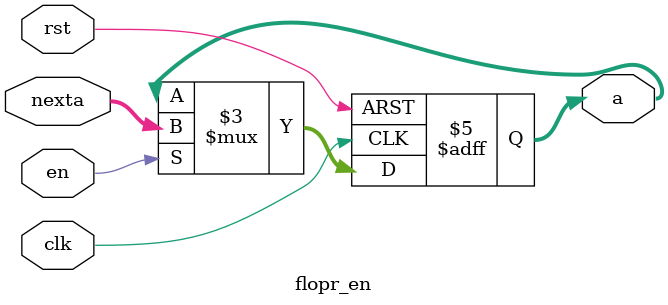
<source format=v>
module flopr_en(clk,rst,en,nexta,a);
input clk,en,rst;
input[31:0] nexta;
output reg[31:0] a;
always @(posedge clk or posedge rst)
begin
	if(rst) a<=32'b0;
	else if(en) a<=nexta;
	else a<=a;
end
endmodule
</source>
